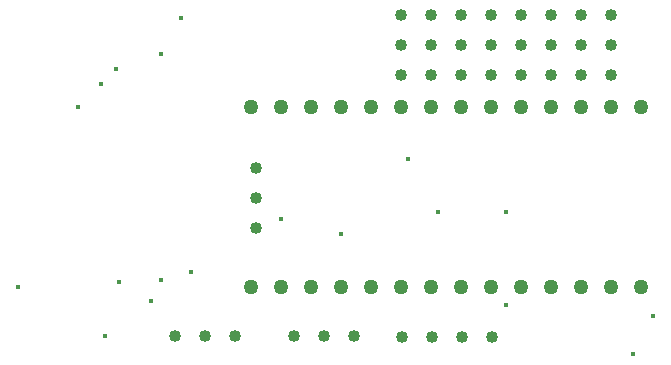
<source format=gbr>
G04 PROTEUS GERBER X2 FILE*
%TF.GenerationSoftware,Labcenter,Proteus,8.15-SP1-Build34318*%
%TF.CreationDate,2024-05-26T10:12:06+00:00*%
%TF.FileFunction,Plated,1,2,PTH*%
%TF.FilePolarity,Positive*%
%TF.Part,Single*%
%TF.SameCoordinates,{c1c5c1e2-d9f3-4829-891e-9e67f3fcbee4}*%
%FSLAX45Y45*%
%MOMM*%
G01*
%TA.AperFunction,ViaDrill*%
%ADD84C,0.381000*%
%TA.AperFunction,ComponentDrill*%
%ADD85C,1.270000*%
%TA.AperFunction,ComponentDrill*%
%ADD86C,1.016000*%
%TD.AperFunction*%
D84*
X-3175000Y-508000D03*
X-1905000Y-190500D03*
X-3429000Y+1333500D03*
X-1079500Y+0D03*
X-508000Y+0D03*
X+571500Y-1206500D03*
X-2413000Y-63500D03*
X-4635500Y-635000D03*
X-1333500Y+444500D03*
X-4127500Y+889000D03*
X-3937000Y+1079500D03*
X-3810000Y+1206500D03*
X-3255707Y+1638422D03*
X+736663Y-884553D03*
X-505460Y-792988D03*
X-3786378Y-600202D03*
X-3510309Y-755231D03*
X-3424682Y-577643D03*
X-3901902Y-1056083D03*
D85*
X+387350Y+886460D03*
X+133350Y+886460D03*
X-120650Y+886460D03*
X-374650Y+886460D03*
X-628650Y+886460D03*
X-882650Y+886460D03*
X-1136650Y+886460D03*
X-1390650Y+886460D03*
X-1644650Y+886460D03*
X-1898650Y+886460D03*
X-2152650Y+886460D03*
X-2406650Y+886460D03*
X-2660650Y+886460D03*
X-2660650Y-637540D03*
X-2406650Y-637540D03*
X-2152650Y-637540D03*
X-1898650Y-637540D03*
X-1644650Y-637540D03*
X-1390650Y-637540D03*
X-1136650Y-637540D03*
X-882650Y-637540D03*
X-628650Y-637540D03*
X-374650Y-637540D03*
X-120650Y-637540D03*
X+133350Y-637540D03*
X+387350Y-637540D03*
X+641350Y-637540D03*
X+641350Y+886460D03*
D86*
X-1391920Y+1667510D03*
X-1137920Y+1667510D03*
X-883920Y+1667510D03*
X-629920Y+1667510D03*
X-375920Y+1667510D03*
X-121920Y+1667510D03*
X+132080Y+1667510D03*
X+386080Y+1667510D03*
X-1391920Y+1413510D03*
X-1137920Y+1413510D03*
X-883920Y+1413510D03*
X-629920Y+1413510D03*
X-375920Y+1413510D03*
X-121920Y+1413510D03*
X+132080Y+1413510D03*
X+386080Y+1413510D03*
X-1391920Y+1159510D03*
X-1137920Y+1159510D03*
X-883920Y+1159510D03*
X-629920Y+1159510D03*
X-375920Y+1159510D03*
X-121920Y+1159510D03*
X+132080Y+1159510D03*
X+386080Y+1159510D03*
X-2622550Y-139700D03*
X-2622550Y+114300D03*
X-2622550Y+368300D03*
X-1384300Y-1062990D03*
X-1130300Y-1062990D03*
X-876300Y-1062990D03*
X-622300Y-1062990D03*
X-2301240Y-1054100D03*
X-2047240Y-1054100D03*
X-1793240Y-1054100D03*
X-2802289Y-1054187D03*
X-3056289Y-1054187D03*
X-3310289Y-1054187D03*
M02*

</source>
